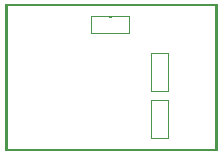
<source format=gbo>
G04 MADE WITH FRITZING*
G04 WWW.FRITZING.ORG*
G04 DOUBLE SIDED*
G04 HOLES PLATED*
G04 CONTOUR ON CENTER OF CONTOUR VECTOR*
%ASAXBY*%
%FSLAX23Y23*%
%MOIN*%
%OFA0B0*%
%SFA1.0B1.0*%
%ADD10R,0.001000X0.001000*%
%LNSILK0*%
G90*
G70*
G54D10*
X0Y492D02*
X707Y492D01*
X0Y491D02*
X707Y491D01*
X0Y490D02*
X707Y490D01*
X0Y489D02*
X707Y489D01*
X0Y488D02*
X707Y488D01*
X0Y487D02*
X707Y487D01*
X0Y486D02*
X707Y486D01*
X0Y485D02*
X707Y485D01*
X0Y484D02*
X7Y484D01*
X700Y484D02*
X707Y484D01*
X0Y483D02*
X7Y483D01*
X700Y483D02*
X707Y483D01*
X0Y482D02*
X7Y482D01*
X700Y482D02*
X707Y482D01*
X0Y481D02*
X7Y481D01*
X700Y481D02*
X707Y481D01*
X0Y480D02*
X7Y480D01*
X700Y480D02*
X707Y480D01*
X0Y479D02*
X7Y479D01*
X700Y479D02*
X707Y479D01*
X0Y478D02*
X7Y478D01*
X700Y478D02*
X707Y478D01*
X0Y477D02*
X7Y477D01*
X700Y477D02*
X707Y477D01*
X0Y476D02*
X7Y476D01*
X700Y476D02*
X707Y476D01*
X0Y475D02*
X7Y475D01*
X700Y475D02*
X707Y475D01*
X0Y474D02*
X7Y474D01*
X700Y474D02*
X707Y474D01*
X0Y473D02*
X7Y473D01*
X700Y473D02*
X707Y473D01*
X0Y472D02*
X7Y472D01*
X700Y472D02*
X707Y472D01*
X0Y471D02*
X7Y471D01*
X700Y471D02*
X707Y471D01*
X0Y470D02*
X7Y470D01*
X700Y470D02*
X707Y470D01*
X0Y469D02*
X7Y469D01*
X700Y469D02*
X707Y469D01*
X0Y468D02*
X7Y468D01*
X700Y468D02*
X707Y468D01*
X0Y467D02*
X7Y467D01*
X700Y467D02*
X707Y467D01*
X0Y466D02*
X7Y466D01*
X700Y466D02*
X707Y466D01*
X0Y465D02*
X7Y465D01*
X700Y465D02*
X707Y465D01*
X0Y464D02*
X7Y464D01*
X700Y464D02*
X707Y464D01*
X0Y463D02*
X7Y463D01*
X700Y463D02*
X707Y463D01*
X0Y462D02*
X7Y462D01*
X700Y462D02*
X707Y462D01*
X0Y461D02*
X7Y461D01*
X700Y461D02*
X707Y461D01*
X0Y460D02*
X7Y460D01*
X700Y460D02*
X707Y460D01*
X0Y459D02*
X7Y459D01*
X700Y459D02*
X707Y459D01*
X0Y458D02*
X7Y458D01*
X700Y458D02*
X707Y458D01*
X0Y457D02*
X7Y457D01*
X700Y457D02*
X707Y457D01*
X0Y456D02*
X7Y456D01*
X700Y456D02*
X707Y456D01*
X0Y455D02*
X7Y455D01*
X700Y455D02*
X707Y455D01*
X0Y454D02*
X7Y454D01*
X700Y454D02*
X707Y454D01*
X0Y453D02*
X7Y453D01*
X700Y453D02*
X707Y453D01*
X0Y452D02*
X7Y452D01*
X700Y452D02*
X707Y452D01*
X0Y451D02*
X7Y451D01*
X700Y451D02*
X707Y451D01*
X0Y450D02*
X7Y450D01*
X285Y450D02*
X414Y450D01*
X700Y450D02*
X707Y450D01*
X0Y449D02*
X7Y449D01*
X285Y449D02*
X414Y449D01*
X700Y449D02*
X707Y449D01*
X0Y448D02*
X7Y448D01*
X285Y448D02*
X414Y448D01*
X700Y448D02*
X707Y448D01*
X0Y447D02*
X7Y447D01*
X285Y447D02*
X287Y447D01*
X345Y447D02*
X354Y447D01*
X412Y447D02*
X414Y447D01*
X700Y447D02*
X707Y447D01*
X0Y446D02*
X7Y446D01*
X285Y446D02*
X287Y446D01*
X412Y446D02*
X414Y446D01*
X700Y446D02*
X707Y446D01*
X0Y445D02*
X7Y445D01*
X285Y445D02*
X287Y445D01*
X412Y445D02*
X414Y445D01*
X700Y445D02*
X707Y445D01*
X0Y444D02*
X7Y444D01*
X285Y444D02*
X287Y444D01*
X412Y444D02*
X414Y444D01*
X700Y444D02*
X707Y444D01*
X0Y443D02*
X7Y443D01*
X285Y443D02*
X287Y443D01*
X412Y443D02*
X414Y443D01*
X700Y443D02*
X707Y443D01*
X0Y442D02*
X7Y442D01*
X285Y442D02*
X287Y442D01*
X412Y442D02*
X414Y442D01*
X700Y442D02*
X707Y442D01*
X0Y441D02*
X7Y441D01*
X285Y441D02*
X287Y441D01*
X412Y441D02*
X414Y441D01*
X700Y441D02*
X707Y441D01*
X0Y440D02*
X7Y440D01*
X285Y440D02*
X287Y440D01*
X412Y440D02*
X414Y440D01*
X700Y440D02*
X707Y440D01*
X0Y439D02*
X7Y439D01*
X285Y439D02*
X287Y439D01*
X412Y439D02*
X414Y439D01*
X700Y439D02*
X707Y439D01*
X0Y438D02*
X7Y438D01*
X285Y438D02*
X287Y438D01*
X412Y438D02*
X414Y438D01*
X700Y438D02*
X707Y438D01*
X0Y437D02*
X7Y437D01*
X285Y437D02*
X287Y437D01*
X412Y437D02*
X414Y437D01*
X700Y437D02*
X707Y437D01*
X0Y436D02*
X7Y436D01*
X285Y436D02*
X287Y436D01*
X412Y436D02*
X414Y436D01*
X700Y436D02*
X707Y436D01*
X0Y435D02*
X7Y435D01*
X285Y435D02*
X287Y435D01*
X412Y435D02*
X414Y435D01*
X700Y435D02*
X707Y435D01*
X0Y434D02*
X7Y434D01*
X285Y434D02*
X287Y434D01*
X412Y434D02*
X414Y434D01*
X700Y434D02*
X707Y434D01*
X0Y433D02*
X7Y433D01*
X285Y433D02*
X287Y433D01*
X412Y433D02*
X414Y433D01*
X700Y433D02*
X707Y433D01*
X0Y432D02*
X7Y432D01*
X285Y432D02*
X287Y432D01*
X412Y432D02*
X414Y432D01*
X700Y432D02*
X707Y432D01*
X0Y431D02*
X7Y431D01*
X285Y431D02*
X287Y431D01*
X412Y431D02*
X414Y431D01*
X700Y431D02*
X707Y431D01*
X0Y430D02*
X7Y430D01*
X285Y430D02*
X287Y430D01*
X412Y430D02*
X414Y430D01*
X700Y430D02*
X707Y430D01*
X0Y429D02*
X7Y429D01*
X285Y429D02*
X287Y429D01*
X412Y429D02*
X414Y429D01*
X700Y429D02*
X707Y429D01*
X0Y428D02*
X7Y428D01*
X285Y428D02*
X287Y428D01*
X412Y428D02*
X414Y428D01*
X700Y428D02*
X707Y428D01*
X0Y427D02*
X7Y427D01*
X285Y427D02*
X287Y427D01*
X412Y427D02*
X414Y427D01*
X700Y427D02*
X707Y427D01*
X0Y426D02*
X7Y426D01*
X285Y426D02*
X287Y426D01*
X412Y426D02*
X414Y426D01*
X700Y426D02*
X707Y426D01*
X0Y425D02*
X7Y425D01*
X285Y425D02*
X287Y425D01*
X412Y425D02*
X414Y425D01*
X700Y425D02*
X707Y425D01*
X0Y424D02*
X7Y424D01*
X285Y424D02*
X287Y424D01*
X412Y424D02*
X414Y424D01*
X700Y424D02*
X707Y424D01*
X0Y423D02*
X7Y423D01*
X285Y423D02*
X287Y423D01*
X412Y423D02*
X414Y423D01*
X700Y423D02*
X707Y423D01*
X0Y422D02*
X7Y422D01*
X285Y422D02*
X287Y422D01*
X412Y422D02*
X414Y422D01*
X700Y422D02*
X707Y422D01*
X0Y421D02*
X7Y421D01*
X285Y421D02*
X287Y421D01*
X412Y421D02*
X414Y421D01*
X700Y421D02*
X707Y421D01*
X0Y420D02*
X7Y420D01*
X285Y420D02*
X287Y420D01*
X412Y420D02*
X414Y420D01*
X700Y420D02*
X707Y420D01*
X0Y419D02*
X7Y419D01*
X285Y419D02*
X287Y419D01*
X412Y419D02*
X414Y419D01*
X700Y419D02*
X707Y419D01*
X0Y418D02*
X7Y418D01*
X285Y418D02*
X287Y418D01*
X412Y418D02*
X414Y418D01*
X700Y418D02*
X707Y418D01*
X0Y417D02*
X7Y417D01*
X285Y417D02*
X287Y417D01*
X412Y417D02*
X414Y417D01*
X700Y417D02*
X707Y417D01*
X0Y416D02*
X7Y416D01*
X285Y416D02*
X287Y416D01*
X412Y416D02*
X414Y416D01*
X700Y416D02*
X707Y416D01*
X0Y415D02*
X7Y415D01*
X285Y415D02*
X287Y415D01*
X412Y415D02*
X414Y415D01*
X700Y415D02*
X707Y415D01*
X0Y414D02*
X7Y414D01*
X285Y414D02*
X287Y414D01*
X412Y414D02*
X414Y414D01*
X700Y414D02*
X707Y414D01*
X0Y413D02*
X7Y413D01*
X285Y413D02*
X287Y413D01*
X412Y413D02*
X414Y413D01*
X700Y413D02*
X707Y413D01*
X0Y412D02*
X7Y412D01*
X285Y412D02*
X287Y412D01*
X412Y412D02*
X414Y412D01*
X700Y412D02*
X707Y412D01*
X0Y411D02*
X7Y411D01*
X285Y411D02*
X287Y411D01*
X412Y411D02*
X414Y411D01*
X700Y411D02*
X707Y411D01*
X0Y410D02*
X7Y410D01*
X285Y410D02*
X287Y410D01*
X412Y410D02*
X414Y410D01*
X700Y410D02*
X707Y410D01*
X0Y409D02*
X7Y409D01*
X285Y409D02*
X287Y409D01*
X412Y409D02*
X414Y409D01*
X700Y409D02*
X707Y409D01*
X0Y408D02*
X7Y408D01*
X285Y408D02*
X287Y408D01*
X412Y408D02*
X414Y408D01*
X700Y408D02*
X707Y408D01*
X0Y407D02*
X7Y407D01*
X285Y407D02*
X287Y407D01*
X412Y407D02*
X414Y407D01*
X700Y407D02*
X707Y407D01*
X0Y406D02*
X7Y406D01*
X285Y406D02*
X287Y406D01*
X412Y406D02*
X414Y406D01*
X700Y406D02*
X707Y406D01*
X0Y405D02*
X7Y405D01*
X285Y405D02*
X287Y405D01*
X412Y405D02*
X414Y405D01*
X700Y405D02*
X707Y405D01*
X0Y404D02*
X7Y404D01*
X285Y404D02*
X287Y404D01*
X412Y404D02*
X414Y404D01*
X700Y404D02*
X707Y404D01*
X0Y403D02*
X7Y403D01*
X285Y403D02*
X287Y403D01*
X412Y403D02*
X414Y403D01*
X700Y403D02*
X707Y403D01*
X0Y402D02*
X7Y402D01*
X285Y402D02*
X287Y402D01*
X412Y402D02*
X414Y402D01*
X700Y402D02*
X707Y402D01*
X0Y401D02*
X7Y401D01*
X285Y401D02*
X287Y401D01*
X412Y401D02*
X414Y401D01*
X700Y401D02*
X707Y401D01*
X0Y400D02*
X7Y400D01*
X285Y400D02*
X287Y400D01*
X412Y400D02*
X414Y400D01*
X700Y400D02*
X707Y400D01*
X0Y399D02*
X7Y399D01*
X285Y399D02*
X287Y399D01*
X412Y399D02*
X414Y399D01*
X700Y399D02*
X707Y399D01*
X0Y398D02*
X7Y398D01*
X285Y398D02*
X287Y398D01*
X412Y398D02*
X414Y398D01*
X700Y398D02*
X707Y398D01*
X0Y397D02*
X7Y397D01*
X285Y397D02*
X287Y397D01*
X412Y397D02*
X414Y397D01*
X700Y397D02*
X707Y397D01*
X0Y396D02*
X7Y396D01*
X285Y396D02*
X287Y396D01*
X412Y396D02*
X414Y396D01*
X700Y396D02*
X707Y396D01*
X0Y395D02*
X7Y395D01*
X285Y395D02*
X287Y395D01*
X345Y395D02*
X354Y395D01*
X412Y395D02*
X414Y395D01*
X700Y395D02*
X707Y395D01*
X0Y394D02*
X7Y394D01*
X285Y394D02*
X414Y394D01*
X700Y394D02*
X707Y394D01*
X0Y393D02*
X7Y393D01*
X285Y393D02*
X414Y393D01*
X700Y393D02*
X707Y393D01*
X0Y392D02*
X7Y392D01*
X285Y392D02*
X414Y392D01*
X700Y392D02*
X707Y392D01*
X0Y391D02*
X7Y391D01*
X700Y391D02*
X707Y391D01*
X0Y390D02*
X7Y390D01*
X700Y390D02*
X707Y390D01*
X0Y389D02*
X7Y389D01*
X700Y389D02*
X707Y389D01*
X0Y388D02*
X7Y388D01*
X700Y388D02*
X707Y388D01*
X0Y387D02*
X7Y387D01*
X700Y387D02*
X707Y387D01*
X0Y386D02*
X7Y386D01*
X700Y386D02*
X707Y386D01*
X0Y385D02*
X7Y385D01*
X700Y385D02*
X707Y385D01*
X0Y384D02*
X7Y384D01*
X700Y384D02*
X707Y384D01*
X0Y383D02*
X7Y383D01*
X700Y383D02*
X707Y383D01*
X0Y382D02*
X7Y382D01*
X700Y382D02*
X707Y382D01*
X0Y381D02*
X7Y381D01*
X700Y381D02*
X707Y381D01*
X0Y380D02*
X7Y380D01*
X700Y380D02*
X707Y380D01*
X0Y379D02*
X7Y379D01*
X700Y379D02*
X707Y379D01*
X0Y378D02*
X7Y378D01*
X700Y378D02*
X707Y378D01*
X0Y377D02*
X7Y377D01*
X700Y377D02*
X707Y377D01*
X0Y376D02*
X7Y376D01*
X700Y376D02*
X707Y376D01*
X0Y375D02*
X7Y375D01*
X700Y375D02*
X707Y375D01*
X0Y374D02*
X7Y374D01*
X700Y374D02*
X707Y374D01*
X0Y373D02*
X7Y373D01*
X700Y373D02*
X707Y373D01*
X0Y372D02*
X7Y372D01*
X700Y372D02*
X707Y372D01*
X0Y371D02*
X7Y371D01*
X700Y371D02*
X707Y371D01*
X0Y370D02*
X7Y370D01*
X700Y370D02*
X707Y370D01*
X0Y369D02*
X7Y369D01*
X700Y369D02*
X707Y369D01*
X0Y368D02*
X7Y368D01*
X700Y368D02*
X707Y368D01*
X0Y367D02*
X7Y367D01*
X700Y367D02*
X707Y367D01*
X0Y366D02*
X7Y366D01*
X700Y366D02*
X707Y366D01*
X0Y365D02*
X7Y365D01*
X700Y365D02*
X707Y365D01*
X0Y364D02*
X7Y364D01*
X700Y364D02*
X707Y364D01*
X0Y363D02*
X7Y363D01*
X700Y363D02*
X707Y363D01*
X0Y362D02*
X7Y362D01*
X700Y362D02*
X707Y362D01*
X0Y361D02*
X7Y361D01*
X700Y361D02*
X707Y361D01*
X0Y360D02*
X7Y360D01*
X700Y360D02*
X707Y360D01*
X0Y359D02*
X7Y359D01*
X700Y359D02*
X707Y359D01*
X0Y358D02*
X7Y358D01*
X700Y358D02*
X707Y358D01*
X0Y357D02*
X7Y357D01*
X700Y357D02*
X707Y357D01*
X0Y356D02*
X7Y356D01*
X700Y356D02*
X707Y356D01*
X0Y355D02*
X7Y355D01*
X700Y355D02*
X707Y355D01*
X0Y354D02*
X7Y354D01*
X700Y354D02*
X707Y354D01*
X0Y353D02*
X7Y353D01*
X700Y353D02*
X707Y353D01*
X0Y352D02*
X7Y352D01*
X700Y352D02*
X707Y352D01*
X0Y351D02*
X7Y351D01*
X700Y351D02*
X707Y351D01*
X0Y350D02*
X7Y350D01*
X700Y350D02*
X707Y350D01*
X0Y349D02*
X7Y349D01*
X700Y349D02*
X707Y349D01*
X0Y348D02*
X7Y348D01*
X700Y348D02*
X707Y348D01*
X0Y347D02*
X7Y347D01*
X700Y347D02*
X707Y347D01*
X0Y346D02*
X7Y346D01*
X700Y346D02*
X707Y346D01*
X0Y345D02*
X7Y345D01*
X700Y345D02*
X707Y345D01*
X0Y344D02*
X7Y344D01*
X700Y344D02*
X707Y344D01*
X0Y343D02*
X7Y343D01*
X700Y343D02*
X707Y343D01*
X0Y342D02*
X7Y342D01*
X700Y342D02*
X707Y342D01*
X0Y341D02*
X7Y341D01*
X700Y341D02*
X707Y341D01*
X0Y340D02*
X7Y340D01*
X700Y340D02*
X707Y340D01*
X0Y339D02*
X7Y339D01*
X700Y339D02*
X707Y339D01*
X0Y338D02*
X7Y338D01*
X700Y338D02*
X707Y338D01*
X0Y337D02*
X7Y337D01*
X700Y337D02*
X707Y337D01*
X0Y336D02*
X7Y336D01*
X700Y336D02*
X707Y336D01*
X0Y335D02*
X7Y335D01*
X700Y335D02*
X707Y335D01*
X0Y334D02*
X7Y334D01*
X700Y334D02*
X707Y334D01*
X0Y333D02*
X7Y333D01*
X700Y333D02*
X707Y333D01*
X0Y332D02*
X7Y332D01*
X700Y332D02*
X707Y332D01*
X0Y331D02*
X7Y331D01*
X700Y331D02*
X707Y331D01*
X0Y330D02*
X7Y330D01*
X700Y330D02*
X707Y330D01*
X0Y329D02*
X7Y329D01*
X700Y329D02*
X707Y329D01*
X0Y328D02*
X7Y328D01*
X487Y328D02*
X544Y328D01*
X700Y328D02*
X707Y328D01*
X0Y327D02*
X7Y327D01*
X486Y327D02*
X544Y327D01*
X700Y327D02*
X707Y327D01*
X0Y326D02*
X7Y326D01*
X486Y326D02*
X544Y326D01*
X700Y326D02*
X707Y326D01*
X0Y325D02*
X7Y325D01*
X486Y325D02*
X488Y325D01*
X542Y325D02*
X544Y325D01*
X700Y325D02*
X707Y325D01*
X0Y324D02*
X7Y324D01*
X486Y324D02*
X488Y324D01*
X542Y324D02*
X544Y324D01*
X700Y324D02*
X707Y324D01*
X0Y323D02*
X7Y323D01*
X486Y323D02*
X488Y323D01*
X542Y323D02*
X544Y323D01*
X700Y323D02*
X707Y323D01*
X0Y322D02*
X7Y322D01*
X486Y322D02*
X488Y322D01*
X542Y322D02*
X544Y322D01*
X700Y322D02*
X707Y322D01*
X0Y321D02*
X7Y321D01*
X486Y321D02*
X488Y321D01*
X542Y321D02*
X544Y321D01*
X700Y321D02*
X707Y321D01*
X0Y320D02*
X7Y320D01*
X486Y320D02*
X488Y320D01*
X542Y320D02*
X544Y320D01*
X700Y320D02*
X707Y320D01*
X0Y319D02*
X7Y319D01*
X486Y319D02*
X488Y319D01*
X542Y319D02*
X544Y319D01*
X700Y319D02*
X707Y319D01*
X0Y318D02*
X7Y318D01*
X486Y318D02*
X488Y318D01*
X542Y318D02*
X544Y318D01*
X700Y318D02*
X707Y318D01*
X0Y317D02*
X7Y317D01*
X486Y317D02*
X488Y317D01*
X542Y317D02*
X544Y317D01*
X700Y317D02*
X707Y317D01*
X0Y316D02*
X7Y316D01*
X486Y316D02*
X488Y316D01*
X542Y316D02*
X544Y316D01*
X700Y316D02*
X707Y316D01*
X0Y315D02*
X7Y315D01*
X486Y315D02*
X488Y315D01*
X542Y315D02*
X544Y315D01*
X700Y315D02*
X707Y315D01*
X0Y314D02*
X7Y314D01*
X486Y314D02*
X488Y314D01*
X542Y314D02*
X544Y314D01*
X700Y314D02*
X707Y314D01*
X0Y313D02*
X7Y313D01*
X486Y313D02*
X488Y313D01*
X542Y313D02*
X544Y313D01*
X700Y313D02*
X707Y313D01*
X0Y312D02*
X7Y312D01*
X486Y312D02*
X488Y312D01*
X542Y312D02*
X544Y312D01*
X700Y312D02*
X707Y312D01*
X0Y311D02*
X7Y311D01*
X486Y311D02*
X488Y311D01*
X542Y311D02*
X544Y311D01*
X700Y311D02*
X707Y311D01*
X0Y310D02*
X7Y310D01*
X486Y310D02*
X488Y310D01*
X542Y310D02*
X544Y310D01*
X700Y310D02*
X707Y310D01*
X0Y309D02*
X7Y309D01*
X486Y309D02*
X488Y309D01*
X542Y309D02*
X544Y309D01*
X700Y309D02*
X707Y309D01*
X0Y308D02*
X7Y308D01*
X486Y308D02*
X488Y308D01*
X542Y308D02*
X544Y308D01*
X700Y308D02*
X707Y308D01*
X0Y307D02*
X7Y307D01*
X486Y307D02*
X488Y307D01*
X542Y307D02*
X544Y307D01*
X700Y307D02*
X707Y307D01*
X0Y306D02*
X7Y306D01*
X486Y306D02*
X488Y306D01*
X542Y306D02*
X544Y306D01*
X700Y306D02*
X707Y306D01*
X0Y305D02*
X7Y305D01*
X486Y305D02*
X488Y305D01*
X542Y305D02*
X544Y305D01*
X700Y305D02*
X707Y305D01*
X0Y304D02*
X7Y304D01*
X486Y304D02*
X488Y304D01*
X542Y304D02*
X544Y304D01*
X700Y304D02*
X707Y304D01*
X0Y303D02*
X7Y303D01*
X486Y303D02*
X488Y303D01*
X542Y303D02*
X544Y303D01*
X700Y303D02*
X707Y303D01*
X0Y302D02*
X7Y302D01*
X486Y302D02*
X488Y302D01*
X542Y302D02*
X544Y302D01*
X700Y302D02*
X707Y302D01*
X0Y301D02*
X7Y301D01*
X486Y301D02*
X488Y301D01*
X542Y301D02*
X544Y301D01*
X700Y301D02*
X707Y301D01*
X0Y300D02*
X7Y300D01*
X486Y300D02*
X488Y300D01*
X542Y300D02*
X544Y300D01*
X700Y300D02*
X707Y300D01*
X0Y299D02*
X7Y299D01*
X486Y299D02*
X488Y299D01*
X542Y299D02*
X544Y299D01*
X700Y299D02*
X707Y299D01*
X0Y298D02*
X7Y298D01*
X486Y298D02*
X488Y298D01*
X542Y298D02*
X544Y298D01*
X700Y298D02*
X707Y298D01*
X0Y297D02*
X7Y297D01*
X486Y297D02*
X488Y297D01*
X542Y297D02*
X544Y297D01*
X700Y297D02*
X707Y297D01*
X0Y296D02*
X7Y296D01*
X486Y296D02*
X488Y296D01*
X542Y296D02*
X544Y296D01*
X700Y296D02*
X707Y296D01*
X0Y295D02*
X7Y295D01*
X486Y295D02*
X488Y295D01*
X542Y295D02*
X544Y295D01*
X700Y295D02*
X707Y295D01*
X0Y294D02*
X7Y294D01*
X486Y294D02*
X488Y294D01*
X542Y294D02*
X544Y294D01*
X700Y294D02*
X707Y294D01*
X0Y293D02*
X7Y293D01*
X486Y293D02*
X488Y293D01*
X542Y293D02*
X544Y293D01*
X700Y293D02*
X707Y293D01*
X0Y292D02*
X7Y292D01*
X486Y292D02*
X488Y292D01*
X542Y292D02*
X544Y292D01*
X700Y292D02*
X707Y292D01*
X0Y291D02*
X7Y291D01*
X486Y291D02*
X488Y291D01*
X542Y291D02*
X544Y291D01*
X700Y291D02*
X707Y291D01*
X0Y290D02*
X7Y290D01*
X486Y290D02*
X488Y290D01*
X542Y290D02*
X544Y290D01*
X700Y290D02*
X707Y290D01*
X0Y289D02*
X7Y289D01*
X486Y289D02*
X488Y289D01*
X542Y289D02*
X544Y289D01*
X700Y289D02*
X707Y289D01*
X0Y288D02*
X7Y288D01*
X486Y288D02*
X488Y288D01*
X542Y288D02*
X544Y288D01*
X700Y288D02*
X707Y288D01*
X0Y287D02*
X7Y287D01*
X486Y287D02*
X488Y287D01*
X542Y287D02*
X544Y287D01*
X700Y287D02*
X707Y287D01*
X0Y286D02*
X7Y286D01*
X486Y286D02*
X488Y286D01*
X542Y286D02*
X544Y286D01*
X700Y286D02*
X707Y286D01*
X0Y285D02*
X7Y285D01*
X486Y285D02*
X488Y285D01*
X542Y285D02*
X544Y285D01*
X700Y285D02*
X707Y285D01*
X0Y284D02*
X7Y284D01*
X486Y284D02*
X488Y284D01*
X542Y284D02*
X544Y284D01*
X700Y284D02*
X707Y284D01*
X0Y283D02*
X7Y283D01*
X486Y283D02*
X488Y283D01*
X542Y283D02*
X544Y283D01*
X700Y283D02*
X707Y283D01*
X0Y282D02*
X7Y282D01*
X486Y282D02*
X488Y282D01*
X542Y282D02*
X544Y282D01*
X700Y282D02*
X707Y282D01*
X0Y281D02*
X7Y281D01*
X486Y281D02*
X488Y281D01*
X542Y281D02*
X544Y281D01*
X700Y281D02*
X707Y281D01*
X0Y280D02*
X7Y280D01*
X486Y280D02*
X488Y280D01*
X542Y280D02*
X544Y280D01*
X700Y280D02*
X707Y280D01*
X0Y279D02*
X7Y279D01*
X486Y279D02*
X488Y279D01*
X542Y279D02*
X544Y279D01*
X700Y279D02*
X707Y279D01*
X0Y278D02*
X7Y278D01*
X486Y278D02*
X488Y278D01*
X542Y278D02*
X544Y278D01*
X700Y278D02*
X707Y278D01*
X0Y277D02*
X7Y277D01*
X486Y277D02*
X488Y277D01*
X542Y277D02*
X544Y277D01*
X700Y277D02*
X707Y277D01*
X0Y276D02*
X7Y276D01*
X486Y276D02*
X488Y276D01*
X542Y276D02*
X544Y276D01*
X700Y276D02*
X707Y276D01*
X0Y275D02*
X7Y275D01*
X486Y275D02*
X488Y275D01*
X542Y275D02*
X544Y275D01*
X700Y275D02*
X707Y275D01*
X0Y274D02*
X7Y274D01*
X486Y274D02*
X488Y274D01*
X542Y274D02*
X544Y274D01*
X700Y274D02*
X707Y274D01*
X0Y273D02*
X7Y273D01*
X486Y273D02*
X488Y273D01*
X542Y273D02*
X544Y273D01*
X700Y273D02*
X707Y273D01*
X0Y272D02*
X7Y272D01*
X486Y272D02*
X488Y272D01*
X542Y272D02*
X544Y272D01*
X700Y272D02*
X707Y272D01*
X0Y271D02*
X7Y271D01*
X486Y271D02*
X488Y271D01*
X542Y271D02*
X544Y271D01*
X700Y271D02*
X707Y271D01*
X0Y270D02*
X7Y270D01*
X486Y270D02*
X488Y270D01*
X542Y270D02*
X544Y270D01*
X700Y270D02*
X707Y270D01*
X0Y269D02*
X7Y269D01*
X486Y269D02*
X488Y269D01*
X542Y269D02*
X544Y269D01*
X700Y269D02*
X707Y269D01*
X0Y268D02*
X7Y268D01*
X486Y268D02*
X489Y268D01*
X541Y268D02*
X544Y268D01*
X700Y268D02*
X707Y268D01*
X0Y267D02*
X7Y267D01*
X486Y267D02*
X489Y267D01*
X541Y267D02*
X544Y267D01*
X700Y267D02*
X707Y267D01*
X0Y266D02*
X7Y266D01*
X486Y266D02*
X489Y266D01*
X541Y266D02*
X544Y266D01*
X700Y266D02*
X707Y266D01*
X0Y265D02*
X7Y265D01*
X486Y265D02*
X489Y265D01*
X541Y265D02*
X544Y265D01*
X700Y265D02*
X707Y265D01*
X0Y264D02*
X7Y264D01*
X486Y264D02*
X489Y264D01*
X541Y264D02*
X544Y264D01*
X700Y264D02*
X707Y264D01*
X0Y263D02*
X7Y263D01*
X486Y263D02*
X489Y263D01*
X541Y263D02*
X544Y263D01*
X700Y263D02*
X707Y263D01*
X0Y262D02*
X7Y262D01*
X486Y262D02*
X489Y262D01*
X541Y262D02*
X544Y262D01*
X700Y262D02*
X707Y262D01*
X0Y261D02*
X7Y261D01*
X486Y261D02*
X489Y261D01*
X541Y261D02*
X544Y261D01*
X700Y261D02*
X707Y261D01*
X0Y260D02*
X7Y260D01*
X486Y260D02*
X489Y260D01*
X541Y260D02*
X544Y260D01*
X700Y260D02*
X707Y260D01*
X0Y259D02*
X7Y259D01*
X486Y259D02*
X489Y259D01*
X541Y259D02*
X544Y259D01*
X700Y259D02*
X707Y259D01*
X0Y258D02*
X7Y258D01*
X486Y258D02*
X488Y258D01*
X542Y258D02*
X544Y258D01*
X700Y258D02*
X707Y258D01*
X0Y257D02*
X7Y257D01*
X486Y257D02*
X488Y257D01*
X542Y257D02*
X544Y257D01*
X700Y257D02*
X707Y257D01*
X0Y256D02*
X7Y256D01*
X486Y256D02*
X488Y256D01*
X542Y256D02*
X544Y256D01*
X700Y256D02*
X707Y256D01*
X0Y255D02*
X7Y255D01*
X486Y255D02*
X488Y255D01*
X542Y255D02*
X544Y255D01*
X700Y255D02*
X707Y255D01*
X0Y254D02*
X7Y254D01*
X486Y254D02*
X488Y254D01*
X542Y254D02*
X544Y254D01*
X700Y254D02*
X707Y254D01*
X0Y253D02*
X7Y253D01*
X486Y253D02*
X488Y253D01*
X542Y253D02*
X544Y253D01*
X700Y253D02*
X707Y253D01*
X0Y252D02*
X7Y252D01*
X486Y252D02*
X488Y252D01*
X542Y252D02*
X544Y252D01*
X700Y252D02*
X707Y252D01*
X0Y251D02*
X7Y251D01*
X486Y251D02*
X488Y251D01*
X542Y251D02*
X544Y251D01*
X700Y251D02*
X707Y251D01*
X0Y250D02*
X7Y250D01*
X486Y250D02*
X488Y250D01*
X542Y250D02*
X544Y250D01*
X700Y250D02*
X707Y250D01*
X0Y249D02*
X7Y249D01*
X486Y249D02*
X488Y249D01*
X542Y249D02*
X544Y249D01*
X700Y249D02*
X707Y249D01*
X0Y248D02*
X7Y248D01*
X486Y248D02*
X488Y248D01*
X542Y248D02*
X544Y248D01*
X700Y248D02*
X707Y248D01*
X0Y247D02*
X7Y247D01*
X486Y247D02*
X488Y247D01*
X542Y247D02*
X544Y247D01*
X700Y247D02*
X707Y247D01*
X0Y246D02*
X7Y246D01*
X486Y246D02*
X488Y246D01*
X542Y246D02*
X544Y246D01*
X700Y246D02*
X707Y246D01*
X0Y245D02*
X7Y245D01*
X486Y245D02*
X488Y245D01*
X542Y245D02*
X544Y245D01*
X700Y245D02*
X707Y245D01*
X0Y244D02*
X7Y244D01*
X486Y244D02*
X488Y244D01*
X542Y244D02*
X544Y244D01*
X700Y244D02*
X707Y244D01*
X0Y243D02*
X7Y243D01*
X486Y243D02*
X488Y243D01*
X542Y243D02*
X544Y243D01*
X700Y243D02*
X707Y243D01*
X0Y242D02*
X7Y242D01*
X486Y242D02*
X488Y242D01*
X542Y242D02*
X544Y242D01*
X700Y242D02*
X707Y242D01*
X0Y241D02*
X7Y241D01*
X486Y241D02*
X488Y241D01*
X542Y241D02*
X544Y241D01*
X700Y241D02*
X707Y241D01*
X0Y240D02*
X7Y240D01*
X486Y240D02*
X488Y240D01*
X542Y240D02*
X544Y240D01*
X700Y240D02*
X707Y240D01*
X0Y239D02*
X7Y239D01*
X486Y239D02*
X488Y239D01*
X542Y239D02*
X544Y239D01*
X700Y239D02*
X707Y239D01*
X0Y238D02*
X7Y238D01*
X486Y238D02*
X488Y238D01*
X542Y238D02*
X544Y238D01*
X700Y238D02*
X707Y238D01*
X0Y237D02*
X7Y237D01*
X486Y237D02*
X488Y237D01*
X542Y237D02*
X544Y237D01*
X700Y237D02*
X707Y237D01*
X0Y236D02*
X7Y236D01*
X486Y236D02*
X488Y236D01*
X542Y236D02*
X544Y236D01*
X700Y236D02*
X707Y236D01*
X0Y235D02*
X7Y235D01*
X486Y235D02*
X488Y235D01*
X542Y235D02*
X544Y235D01*
X700Y235D02*
X707Y235D01*
X0Y234D02*
X7Y234D01*
X486Y234D02*
X488Y234D01*
X542Y234D02*
X544Y234D01*
X700Y234D02*
X707Y234D01*
X0Y233D02*
X7Y233D01*
X486Y233D02*
X488Y233D01*
X542Y233D02*
X544Y233D01*
X700Y233D02*
X707Y233D01*
X0Y232D02*
X7Y232D01*
X486Y232D02*
X488Y232D01*
X542Y232D02*
X544Y232D01*
X700Y232D02*
X707Y232D01*
X0Y231D02*
X7Y231D01*
X486Y231D02*
X488Y231D01*
X542Y231D02*
X544Y231D01*
X700Y231D02*
X707Y231D01*
X0Y230D02*
X7Y230D01*
X486Y230D02*
X488Y230D01*
X542Y230D02*
X544Y230D01*
X700Y230D02*
X707Y230D01*
X0Y229D02*
X7Y229D01*
X486Y229D02*
X488Y229D01*
X542Y229D02*
X544Y229D01*
X700Y229D02*
X707Y229D01*
X0Y228D02*
X7Y228D01*
X486Y228D02*
X488Y228D01*
X542Y228D02*
X544Y228D01*
X700Y228D02*
X707Y228D01*
X0Y227D02*
X7Y227D01*
X486Y227D02*
X488Y227D01*
X542Y227D02*
X544Y227D01*
X700Y227D02*
X707Y227D01*
X0Y226D02*
X7Y226D01*
X486Y226D02*
X488Y226D01*
X542Y226D02*
X544Y226D01*
X700Y226D02*
X707Y226D01*
X0Y225D02*
X7Y225D01*
X486Y225D02*
X488Y225D01*
X542Y225D02*
X544Y225D01*
X700Y225D02*
X707Y225D01*
X0Y224D02*
X7Y224D01*
X486Y224D02*
X488Y224D01*
X542Y224D02*
X544Y224D01*
X700Y224D02*
X707Y224D01*
X0Y223D02*
X7Y223D01*
X486Y223D02*
X488Y223D01*
X542Y223D02*
X544Y223D01*
X700Y223D02*
X707Y223D01*
X0Y222D02*
X7Y222D01*
X486Y222D02*
X488Y222D01*
X542Y222D02*
X544Y222D01*
X700Y222D02*
X707Y222D01*
X0Y221D02*
X7Y221D01*
X486Y221D02*
X488Y221D01*
X542Y221D02*
X544Y221D01*
X700Y221D02*
X707Y221D01*
X0Y220D02*
X7Y220D01*
X486Y220D02*
X488Y220D01*
X542Y220D02*
X544Y220D01*
X700Y220D02*
X707Y220D01*
X0Y219D02*
X7Y219D01*
X486Y219D02*
X488Y219D01*
X542Y219D02*
X544Y219D01*
X700Y219D02*
X707Y219D01*
X0Y218D02*
X7Y218D01*
X486Y218D02*
X488Y218D01*
X542Y218D02*
X544Y218D01*
X700Y218D02*
X707Y218D01*
X0Y217D02*
X7Y217D01*
X486Y217D02*
X488Y217D01*
X542Y217D02*
X544Y217D01*
X700Y217D02*
X707Y217D01*
X0Y216D02*
X7Y216D01*
X486Y216D02*
X488Y216D01*
X542Y216D02*
X544Y216D01*
X700Y216D02*
X707Y216D01*
X0Y215D02*
X7Y215D01*
X486Y215D02*
X488Y215D01*
X542Y215D02*
X544Y215D01*
X700Y215D02*
X707Y215D01*
X0Y214D02*
X7Y214D01*
X486Y214D02*
X488Y214D01*
X542Y214D02*
X544Y214D01*
X700Y214D02*
X707Y214D01*
X0Y213D02*
X7Y213D01*
X486Y213D02*
X488Y213D01*
X542Y213D02*
X544Y213D01*
X700Y213D02*
X707Y213D01*
X0Y212D02*
X7Y212D01*
X486Y212D02*
X488Y212D01*
X542Y212D02*
X544Y212D01*
X700Y212D02*
X707Y212D01*
X0Y211D02*
X7Y211D01*
X486Y211D02*
X488Y211D01*
X542Y211D02*
X544Y211D01*
X700Y211D02*
X707Y211D01*
X0Y210D02*
X7Y210D01*
X486Y210D02*
X488Y210D01*
X542Y210D02*
X544Y210D01*
X700Y210D02*
X707Y210D01*
X0Y209D02*
X7Y209D01*
X486Y209D02*
X488Y209D01*
X542Y209D02*
X544Y209D01*
X700Y209D02*
X707Y209D01*
X0Y208D02*
X7Y208D01*
X486Y208D02*
X488Y208D01*
X542Y208D02*
X544Y208D01*
X700Y208D02*
X707Y208D01*
X0Y207D02*
X7Y207D01*
X486Y207D02*
X488Y207D01*
X542Y207D02*
X544Y207D01*
X700Y207D02*
X707Y207D01*
X0Y206D02*
X7Y206D01*
X486Y206D02*
X488Y206D01*
X542Y206D02*
X544Y206D01*
X700Y206D02*
X707Y206D01*
X0Y205D02*
X7Y205D01*
X486Y205D02*
X488Y205D01*
X542Y205D02*
X544Y205D01*
X700Y205D02*
X707Y205D01*
X0Y204D02*
X7Y204D01*
X486Y204D02*
X488Y204D01*
X542Y204D02*
X544Y204D01*
X700Y204D02*
X707Y204D01*
X0Y203D02*
X7Y203D01*
X486Y203D02*
X488Y203D01*
X542Y203D02*
X544Y203D01*
X700Y203D02*
X707Y203D01*
X0Y202D02*
X7Y202D01*
X486Y202D02*
X488Y202D01*
X542Y202D02*
X544Y202D01*
X700Y202D02*
X707Y202D01*
X0Y201D02*
X7Y201D01*
X486Y201D02*
X544Y201D01*
X700Y201D02*
X707Y201D01*
X0Y200D02*
X7Y200D01*
X486Y200D02*
X544Y200D01*
X700Y200D02*
X707Y200D01*
X0Y199D02*
X7Y199D01*
X486Y199D02*
X544Y199D01*
X700Y199D02*
X707Y199D01*
X0Y198D02*
X7Y198D01*
X700Y198D02*
X707Y198D01*
X0Y197D02*
X7Y197D01*
X700Y197D02*
X707Y197D01*
X0Y196D02*
X7Y196D01*
X700Y196D02*
X707Y196D01*
X0Y195D02*
X7Y195D01*
X700Y195D02*
X707Y195D01*
X0Y194D02*
X7Y194D01*
X700Y194D02*
X707Y194D01*
X0Y193D02*
X7Y193D01*
X700Y193D02*
X707Y193D01*
X0Y192D02*
X7Y192D01*
X700Y192D02*
X707Y192D01*
X0Y191D02*
X7Y191D01*
X700Y191D02*
X707Y191D01*
X0Y190D02*
X7Y190D01*
X700Y190D02*
X707Y190D01*
X0Y189D02*
X7Y189D01*
X700Y189D02*
X707Y189D01*
X0Y188D02*
X7Y188D01*
X700Y188D02*
X707Y188D01*
X0Y187D02*
X7Y187D01*
X700Y187D02*
X707Y187D01*
X0Y186D02*
X7Y186D01*
X700Y186D02*
X707Y186D01*
X0Y185D02*
X7Y185D01*
X700Y185D02*
X707Y185D01*
X0Y184D02*
X7Y184D01*
X700Y184D02*
X707Y184D01*
X0Y183D02*
X7Y183D01*
X700Y183D02*
X707Y183D01*
X0Y182D02*
X7Y182D01*
X700Y182D02*
X707Y182D01*
X0Y181D02*
X7Y181D01*
X700Y181D02*
X707Y181D01*
X0Y180D02*
X7Y180D01*
X700Y180D02*
X707Y180D01*
X0Y179D02*
X7Y179D01*
X700Y179D02*
X707Y179D01*
X0Y178D02*
X7Y178D01*
X700Y178D02*
X707Y178D01*
X0Y177D02*
X7Y177D01*
X700Y177D02*
X707Y177D01*
X0Y176D02*
X7Y176D01*
X700Y176D02*
X707Y176D01*
X0Y175D02*
X7Y175D01*
X700Y175D02*
X707Y175D01*
X0Y174D02*
X7Y174D01*
X700Y174D02*
X707Y174D01*
X0Y173D02*
X7Y173D01*
X700Y173D02*
X707Y173D01*
X0Y172D02*
X7Y172D01*
X700Y172D02*
X707Y172D01*
X0Y171D02*
X7Y171D01*
X700Y171D02*
X707Y171D01*
X0Y170D02*
X7Y170D01*
X486Y170D02*
X544Y170D01*
X700Y170D02*
X707Y170D01*
X0Y169D02*
X7Y169D01*
X486Y169D02*
X544Y169D01*
X700Y169D02*
X707Y169D01*
X0Y168D02*
X7Y168D01*
X486Y168D02*
X544Y168D01*
X700Y168D02*
X707Y168D01*
X0Y167D02*
X7Y167D01*
X486Y167D02*
X488Y167D01*
X542Y167D02*
X544Y167D01*
X700Y167D02*
X707Y167D01*
X0Y166D02*
X7Y166D01*
X486Y166D02*
X488Y166D01*
X542Y166D02*
X544Y166D01*
X700Y166D02*
X707Y166D01*
X0Y165D02*
X7Y165D01*
X486Y165D02*
X488Y165D01*
X542Y165D02*
X544Y165D01*
X700Y165D02*
X707Y165D01*
X0Y164D02*
X7Y164D01*
X486Y164D02*
X488Y164D01*
X542Y164D02*
X544Y164D01*
X700Y164D02*
X707Y164D01*
X0Y163D02*
X7Y163D01*
X486Y163D02*
X488Y163D01*
X542Y163D02*
X544Y163D01*
X700Y163D02*
X707Y163D01*
X0Y162D02*
X7Y162D01*
X486Y162D02*
X488Y162D01*
X542Y162D02*
X544Y162D01*
X700Y162D02*
X707Y162D01*
X0Y161D02*
X7Y161D01*
X486Y161D02*
X488Y161D01*
X542Y161D02*
X544Y161D01*
X700Y161D02*
X707Y161D01*
X0Y160D02*
X7Y160D01*
X486Y160D02*
X488Y160D01*
X542Y160D02*
X544Y160D01*
X700Y160D02*
X707Y160D01*
X0Y159D02*
X7Y159D01*
X486Y159D02*
X488Y159D01*
X542Y159D02*
X544Y159D01*
X700Y159D02*
X707Y159D01*
X0Y158D02*
X7Y158D01*
X486Y158D02*
X488Y158D01*
X542Y158D02*
X544Y158D01*
X700Y158D02*
X707Y158D01*
X0Y157D02*
X7Y157D01*
X486Y157D02*
X488Y157D01*
X542Y157D02*
X544Y157D01*
X700Y157D02*
X707Y157D01*
X0Y156D02*
X7Y156D01*
X486Y156D02*
X488Y156D01*
X542Y156D02*
X544Y156D01*
X700Y156D02*
X707Y156D01*
X0Y155D02*
X7Y155D01*
X486Y155D02*
X488Y155D01*
X542Y155D02*
X544Y155D01*
X700Y155D02*
X707Y155D01*
X0Y154D02*
X7Y154D01*
X486Y154D02*
X488Y154D01*
X542Y154D02*
X544Y154D01*
X700Y154D02*
X707Y154D01*
X0Y153D02*
X7Y153D01*
X486Y153D02*
X488Y153D01*
X542Y153D02*
X544Y153D01*
X700Y153D02*
X707Y153D01*
X0Y152D02*
X7Y152D01*
X486Y152D02*
X488Y152D01*
X542Y152D02*
X544Y152D01*
X700Y152D02*
X707Y152D01*
X0Y151D02*
X7Y151D01*
X486Y151D02*
X488Y151D01*
X542Y151D02*
X544Y151D01*
X700Y151D02*
X707Y151D01*
X0Y150D02*
X7Y150D01*
X486Y150D02*
X488Y150D01*
X542Y150D02*
X544Y150D01*
X700Y150D02*
X707Y150D01*
X0Y149D02*
X7Y149D01*
X486Y149D02*
X488Y149D01*
X542Y149D02*
X544Y149D01*
X700Y149D02*
X707Y149D01*
X0Y148D02*
X7Y148D01*
X486Y148D02*
X488Y148D01*
X542Y148D02*
X544Y148D01*
X700Y148D02*
X707Y148D01*
X0Y147D02*
X7Y147D01*
X486Y147D02*
X488Y147D01*
X542Y147D02*
X544Y147D01*
X700Y147D02*
X707Y147D01*
X0Y146D02*
X7Y146D01*
X486Y146D02*
X488Y146D01*
X542Y146D02*
X544Y146D01*
X700Y146D02*
X707Y146D01*
X0Y145D02*
X7Y145D01*
X486Y145D02*
X488Y145D01*
X542Y145D02*
X544Y145D01*
X700Y145D02*
X707Y145D01*
X0Y144D02*
X7Y144D01*
X486Y144D02*
X488Y144D01*
X542Y144D02*
X544Y144D01*
X700Y144D02*
X707Y144D01*
X0Y143D02*
X7Y143D01*
X486Y143D02*
X488Y143D01*
X542Y143D02*
X544Y143D01*
X700Y143D02*
X707Y143D01*
X0Y142D02*
X7Y142D01*
X486Y142D02*
X488Y142D01*
X542Y142D02*
X544Y142D01*
X700Y142D02*
X707Y142D01*
X0Y141D02*
X7Y141D01*
X486Y141D02*
X488Y141D01*
X542Y141D02*
X544Y141D01*
X700Y141D02*
X707Y141D01*
X0Y140D02*
X7Y140D01*
X486Y140D02*
X488Y140D01*
X542Y140D02*
X544Y140D01*
X700Y140D02*
X707Y140D01*
X0Y139D02*
X7Y139D01*
X486Y139D02*
X488Y139D01*
X542Y139D02*
X544Y139D01*
X700Y139D02*
X707Y139D01*
X0Y138D02*
X7Y138D01*
X486Y138D02*
X488Y138D01*
X542Y138D02*
X544Y138D01*
X700Y138D02*
X707Y138D01*
X0Y137D02*
X7Y137D01*
X486Y137D02*
X488Y137D01*
X542Y137D02*
X544Y137D01*
X700Y137D02*
X707Y137D01*
X0Y136D02*
X7Y136D01*
X486Y136D02*
X488Y136D01*
X542Y136D02*
X544Y136D01*
X700Y136D02*
X707Y136D01*
X0Y135D02*
X7Y135D01*
X486Y135D02*
X488Y135D01*
X542Y135D02*
X544Y135D01*
X700Y135D02*
X707Y135D01*
X0Y134D02*
X7Y134D01*
X486Y134D02*
X488Y134D01*
X542Y134D02*
X544Y134D01*
X700Y134D02*
X707Y134D01*
X0Y133D02*
X7Y133D01*
X486Y133D02*
X488Y133D01*
X542Y133D02*
X544Y133D01*
X700Y133D02*
X707Y133D01*
X0Y132D02*
X7Y132D01*
X486Y132D02*
X488Y132D01*
X542Y132D02*
X544Y132D01*
X700Y132D02*
X707Y132D01*
X0Y131D02*
X7Y131D01*
X486Y131D02*
X488Y131D01*
X542Y131D02*
X544Y131D01*
X700Y131D02*
X707Y131D01*
X0Y130D02*
X7Y130D01*
X486Y130D02*
X488Y130D01*
X542Y130D02*
X544Y130D01*
X700Y130D02*
X707Y130D01*
X0Y129D02*
X7Y129D01*
X486Y129D02*
X488Y129D01*
X542Y129D02*
X544Y129D01*
X700Y129D02*
X707Y129D01*
X0Y128D02*
X7Y128D01*
X486Y128D02*
X488Y128D01*
X542Y128D02*
X544Y128D01*
X700Y128D02*
X707Y128D01*
X0Y127D02*
X7Y127D01*
X486Y127D02*
X488Y127D01*
X542Y127D02*
X544Y127D01*
X700Y127D02*
X707Y127D01*
X0Y126D02*
X7Y126D01*
X486Y126D02*
X488Y126D01*
X542Y126D02*
X544Y126D01*
X700Y126D02*
X707Y126D01*
X0Y125D02*
X7Y125D01*
X486Y125D02*
X488Y125D01*
X542Y125D02*
X544Y125D01*
X700Y125D02*
X707Y125D01*
X0Y124D02*
X7Y124D01*
X486Y124D02*
X488Y124D01*
X542Y124D02*
X544Y124D01*
X700Y124D02*
X707Y124D01*
X0Y123D02*
X7Y123D01*
X486Y123D02*
X488Y123D01*
X542Y123D02*
X544Y123D01*
X700Y123D02*
X707Y123D01*
X0Y122D02*
X7Y122D01*
X486Y122D02*
X488Y122D01*
X542Y122D02*
X544Y122D01*
X700Y122D02*
X707Y122D01*
X0Y121D02*
X7Y121D01*
X486Y121D02*
X488Y121D01*
X542Y121D02*
X544Y121D01*
X700Y121D02*
X707Y121D01*
X0Y120D02*
X7Y120D01*
X486Y120D02*
X488Y120D01*
X542Y120D02*
X544Y120D01*
X700Y120D02*
X707Y120D01*
X0Y119D02*
X7Y119D01*
X486Y119D02*
X488Y119D01*
X542Y119D02*
X544Y119D01*
X700Y119D02*
X707Y119D01*
X0Y118D02*
X7Y118D01*
X486Y118D02*
X488Y118D01*
X542Y118D02*
X544Y118D01*
X700Y118D02*
X707Y118D01*
X0Y117D02*
X7Y117D01*
X486Y117D02*
X488Y117D01*
X542Y117D02*
X544Y117D01*
X700Y117D02*
X707Y117D01*
X0Y116D02*
X7Y116D01*
X486Y116D02*
X488Y116D01*
X542Y116D02*
X544Y116D01*
X700Y116D02*
X707Y116D01*
X0Y115D02*
X7Y115D01*
X486Y115D02*
X488Y115D01*
X542Y115D02*
X544Y115D01*
X700Y115D02*
X707Y115D01*
X0Y114D02*
X7Y114D01*
X486Y114D02*
X488Y114D01*
X542Y114D02*
X544Y114D01*
X700Y114D02*
X707Y114D01*
X0Y113D02*
X7Y113D01*
X486Y113D02*
X488Y113D01*
X542Y113D02*
X544Y113D01*
X700Y113D02*
X707Y113D01*
X0Y112D02*
X7Y112D01*
X486Y112D02*
X488Y112D01*
X542Y112D02*
X544Y112D01*
X700Y112D02*
X707Y112D01*
X0Y111D02*
X7Y111D01*
X486Y111D02*
X488Y111D01*
X542Y111D02*
X544Y111D01*
X700Y111D02*
X707Y111D01*
X0Y110D02*
X7Y110D01*
X486Y110D02*
X489Y110D01*
X541Y110D02*
X544Y110D01*
X700Y110D02*
X707Y110D01*
X0Y109D02*
X7Y109D01*
X486Y109D02*
X489Y109D01*
X541Y109D02*
X544Y109D01*
X700Y109D02*
X707Y109D01*
X0Y108D02*
X7Y108D01*
X486Y108D02*
X489Y108D01*
X541Y108D02*
X544Y108D01*
X700Y108D02*
X707Y108D01*
X0Y107D02*
X7Y107D01*
X486Y107D02*
X489Y107D01*
X541Y107D02*
X544Y107D01*
X700Y107D02*
X707Y107D01*
X0Y106D02*
X7Y106D01*
X486Y106D02*
X489Y106D01*
X541Y106D02*
X544Y106D01*
X700Y106D02*
X707Y106D01*
X0Y105D02*
X7Y105D01*
X486Y105D02*
X489Y105D01*
X541Y105D02*
X544Y105D01*
X700Y105D02*
X707Y105D01*
X0Y104D02*
X7Y104D01*
X486Y104D02*
X489Y104D01*
X541Y104D02*
X544Y104D01*
X700Y104D02*
X707Y104D01*
X0Y103D02*
X7Y103D01*
X486Y103D02*
X489Y103D01*
X541Y103D02*
X544Y103D01*
X700Y103D02*
X707Y103D01*
X0Y102D02*
X7Y102D01*
X486Y102D02*
X489Y102D01*
X541Y102D02*
X544Y102D01*
X700Y102D02*
X707Y102D01*
X0Y101D02*
X7Y101D01*
X486Y101D02*
X489Y101D01*
X542Y101D02*
X544Y101D01*
X700Y101D02*
X707Y101D01*
X0Y100D02*
X7Y100D01*
X486Y100D02*
X488Y100D01*
X542Y100D02*
X544Y100D01*
X700Y100D02*
X707Y100D01*
X0Y99D02*
X7Y99D01*
X486Y99D02*
X488Y99D01*
X542Y99D02*
X544Y99D01*
X700Y99D02*
X707Y99D01*
X0Y98D02*
X7Y98D01*
X486Y98D02*
X488Y98D01*
X542Y98D02*
X544Y98D01*
X700Y98D02*
X707Y98D01*
X0Y97D02*
X7Y97D01*
X486Y97D02*
X488Y97D01*
X542Y97D02*
X544Y97D01*
X700Y97D02*
X707Y97D01*
X0Y96D02*
X7Y96D01*
X486Y96D02*
X488Y96D01*
X542Y96D02*
X544Y96D01*
X700Y96D02*
X707Y96D01*
X0Y95D02*
X7Y95D01*
X486Y95D02*
X488Y95D01*
X542Y95D02*
X544Y95D01*
X700Y95D02*
X707Y95D01*
X0Y94D02*
X7Y94D01*
X486Y94D02*
X488Y94D01*
X542Y94D02*
X544Y94D01*
X700Y94D02*
X707Y94D01*
X0Y93D02*
X7Y93D01*
X486Y93D02*
X488Y93D01*
X542Y93D02*
X544Y93D01*
X700Y93D02*
X707Y93D01*
X0Y92D02*
X7Y92D01*
X486Y92D02*
X488Y92D01*
X542Y92D02*
X544Y92D01*
X700Y92D02*
X707Y92D01*
X0Y91D02*
X7Y91D01*
X486Y91D02*
X488Y91D01*
X542Y91D02*
X544Y91D01*
X700Y91D02*
X707Y91D01*
X0Y90D02*
X7Y90D01*
X486Y90D02*
X488Y90D01*
X542Y90D02*
X544Y90D01*
X700Y90D02*
X707Y90D01*
X0Y89D02*
X7Y89D01*
X486Y89D02*
X488Y89D01*
X542Y89D02*
X544Y89D01*
X700Y89D02*
X707Y89D01*
X0Y88D02*
X7Y88D01*
X486Y88D02*
X488Y88D01*
X542Y88D02*
X544Y88D01*
X700Y88D02*
X707Y88D01*
X0Y87D02*
X7Y87D01*
X486Y87D02*
X488Y87D01*
X542Y87D02*
X544Y87D01*
X700Y87D02*
X707Y87D01*
X0Y86D02*
X7Y86D01*
X486Y86D02*
X488Y86D01*
X542Y86D02*
X544Y86D01*
X700Y86D02*
X707Y86D01*
X0Y85D02*
X7Y85D01*
X486Y85D02*
X488Y85D01*
X542Y85D02*
X544Y85D01*
X700Y85D02*
X707Y85D01*
X0Y84D02*
X7Y84D01*
X486Y84D02*
X488Y84D01*
X542Y84D02*
X544Y84D01*
X700Y84D02*
X707Y84D01*
X0Y83D02*
X7Y83D01*
X486Y83D02*
X488Y83D01*
X542Y83D02*
X544Y83D01*
X700Y83D02*
X707Y83D01*
X0Y82D02*
X7Y82D01*
X486Y82D02*
X488Y82D01*
X542Y82D02*
X544Y82D01*
X700Y82D02*
X707Y82D01*
X0Y81D02*
X7Y81D01*
X486Y81D02*
X488Y81D01*
X542Y81D02*
X544Y81D01*
X700Y81D02*
X707Y81D01*
X0Y80D02*
X7Y80D01*
X486Y80D02*
X488Y80D01*
X542Y80D02*
X544Y80D01*
X700Y80D02*
X707Y80D01*
X0Y79D02*
X7Y79D01*
X486Y79D02*
X488Y79D01*
X542Y79D02*
X544Y79D01*
X700Y79D02*
X707Y79D01*
X0Y78D02*
X7Y78D01*
X486Y78D02*
X488Y78D01*
X542Y78D02*
X544Y78D01*
X700Y78D02*
X707Y78D01*
X0Y77D02*
X7Y77D01*
X486Y77D02*
X488Y77D01*
X542Y77D02*
X544Y77D01*
X700Y77D02*
X707Y77D01*
X0Y76D02*
X7Y76D01*
X486Y76D02*
X488Y76D01*
X542Y76D02*
X544Y76D01*
X700Y76D02*
X707Y76D01*
X0Y75D02*
X7Y75D01*
X486Y75D02*
X488Y75D01*
X542Y75D02*
X544Y75D01*
X700Y75D02*
X707Y75D01*
X0Y74D02*
X7Y74D01*
X486Y74D02*
X488Y74D01*
X542Y74D02*
X544Y74D01*
X700Y74D02*
X707Y74D01*
X0Y73D02*
X7Y73D01*
X486Y73D02*
X488Y73D01*
X542Y73D02*
X544Y73D01*
X700Y73D02*
X707Y73D01*
X0Y72D02*
X7Y72D01*
X486Y72D02*
X488Y72D01*
X542Y72D02*
X544Y72D01*
X700Y72D02*
X707Y72D01*
X0Y71D02*
X7Y71D01*
X486Y71D02*
X488Y71D01*
X542Y71D02*
X544Y71D01*
X700Y71D02*
X707Y71D01*
X0Y70D02*
X7Y70D01*
X486Y70D02*
X488Y70D01*
X542Y70D02*
X544Y70D01*
X700Y70D02*
X707Y70D01*
X0Y69D02*
X7Y69D01*
X486Y69D02*
X488Y69D01*
X542Y69D02*
X544Y69D01*
X700Y69D02*
X707Y69D01*
X0Y68D02*
X7Y68D01*
X486Y68D02*
X488Y68D01*
X542Y68D02*
X544Y68D01*
X700Y68D02*
X707Y68D01*
X0Y67D02*
X7Y67D01*
X486Y67D02*
X488Y67D01*
X542Y67D02*
X544Y67D01*
X700Y67D02*
X707Y67D01*
X0Y66D02*
X7Y66D01*
X486Y66D02*
X488Y66D01*
X542Y66D02*
X544Y66D01*
X700Y66D02*
X707Y66D01*
X0Y65D02*
X7Y65D01*
X486Y65D02*
X488Y65D01*
X542Y65D02*
X544Y65D01*
X700Y65D02*
X707Y65D01*
X0Y64D02*
X7Y64D01*
X486Y64D02*
X488Y64D01*
X542Y64D02*
X544Y64D01*
X700Y64D02*
X707Y64D01*
X0Y63D02*
X7Y63D01*
X486Y63D02*
X488Y63D01*
X542Y63D02*
X544Y63D01*
X700Y63D02*
X707Y63D01*
X0Y62D02*
X7Y62D01*
X486Y62D02*
X488Y62D01*
X542Y62D02*
X544Y62D01*
X700Y62D02*
X707Y62D01*
X0Y61D02*
X7Y61D01*
X486Y61D02*
X488Y61D01*
X542Y61D02*
X544Y61D01*
X700Y61D02*
X707Y61D01*
X0Y60D02*
X7Y60D01*
X486Y60D02*
X488Y60D01*
X542Y60D02*
X544Y60D01*
X700Y60D02*
X707Y60D01*
X0Y59D02*
X7Y59D01*
X486Y59D02*
X488Y59D01*
X542Y59D02*
X544Y59D01*
X700Y59D02*
X707Y59D01*
X0Y58D02*
X7Y58D01*
X486Y58D02*
X488Y58D01*
X542Y58D02*
X544Y58D01*
X700Y58D02*
X707Y58D01*
X0Y57D02*
X7Y57D01*
X486Y57D02*
X488Y57D01*
X542Y57D02*
X544Y57D01*
X700Y57D02*
X707Y57D01*
X0Y56D02*
X7Y56D01*
X486Y56D02*
X488Y56D01*
X542Y56D02*
X544Y56D01*
X700Y56D02*
X707Y56D01*
X0Y55D02*
X7Y55D01*
X486Y55D02*
X488Y55D01*
X542Y55D02*
X544Y55D01*
X700Y55D02*
X707Y55D01*
X0Y54D02*
X7Y54D01*
X486Y54D02*
X488Y54D01*
X542Y54D02*
X544Y54D01*
X700Y54D02*
X707Y54D01*
X0Y53D02*
X7Y53D01*
X486Y53D02*
X488Y53D01*
X542Y53D02*
X544Y53D01*
X700Y53D02*
X707Y53D01*
X0Y52D02*
X7Y52D01*
X486Y52D02*
X488Y52D01*
X542Y52D02*
X544Y52D01*
X700Y52D02*
X707Y52D01*
X0Y51D02*
X7Y51D01*
X486Y51D02*
X488Y51D01*
X542Y51D02*
X544Y51D01*
X700Y51D02*
X707Y51D01*
X0Y50D02*
X7Y50D01*
X486Y50D02*
X488Y50D01*
X542Y50D02*
X544Y50D01*
X700Y50D02*
X707Y50D01*
X0Y49D02*
X7Y49D01*
X486Y49D02*
X488Y49D01*
X542Y49D02*
X544Y49D01*
X700Y49D02*
X707Y49D01*
X0Y48D02*
X7Y48D01*
X486Y48D02*
X488Y48D01*
X542Y48D02*
X544Y48D01*
X700Y48D02*
X707Y48D01*
X0Y47D02*
X7Y47D01*
X486Y47D02*
X488Y47D01*
X542Y47D02*
X544Y47D01*
X700Y47D02*
X707Y47D01*
X0Y46D02*
X7Y46D01*
X486Y46D02*
X488Y46D01*
X542Y46D02*
X544Y46D01*
X700Y46D02*
X707Y46D01*
X0Y45D02*
X7Y45D01*
X486Y45D02*
X488Y45D01*
X542Y45D02*
X544Y45D01*
X700Y45D02*
X707Y45D01*
X0Y44D02*
X7Y44D01*
X486Y44D02*
X488Y44D01*
X542Y44D02*
X544Y44D01*
X700Y44D02*
X707Y44D01*
X0Y43D02*
X7Y43D01*
X486Y43D02*
X544Y43D01*
X700Y43D02*
X707Y43D01*
X0Y42D02*
X7Y42D01*
X486Y42D02*
X544Y42D01*
X700Y42D02*
X707Y42D01*
X0Y41D02*
X7Y41D01*
X487Y41D02*
X544Y41D01*
X700Y41D02*
X707Y41D01*
X0Y40D02*
X7Y40D01*
X700Y40D02*
X707Y40D01*
X0Y39D02*
X7Y39D01*
X700Y39D02*
X707Y39D01*
X0Y38D02*
X7Y38D01*
X700Y38D02*
X707Y38D01*
X0Y37D02*
X7Y37D01*
X700Y37D02*
X707Y37D01*
X0Y36D02*
X7Y36D01*
X700Y36D02*
X707Y36D01*
X0Y35D02*
X7Y35D01*
X700Y35D02*
X707Y35D01*
X0Y34D02*
X7Y34D01*
X700Y34D02*
X707Y34D01*
X0Y33D02*
X7Y33D01*
X700Y33D02*
X707Y33D01*
X0Y32D02*
X7Y32D01*
X700Y32D02*
X707Y32D01*
X0Y31D02*
X7Y31D01*
X700Y31D02*
X707Y31D01*
X0Y30D02*
X7Y30D01*
X700Y30D02*
X707Y30D01*
X0Y29D02*
X7Y29D01*
X700Y29D02*
X707Y29D01*
X0Y28D02*
X7Y28D01*
X700Y28D02*
X707Y28D01*
X0Y27D02*
X7Y27D01*
X700Y27D02*
X707Y27D01*
X0Y26D02*
X7Y26D01*
X700Y26D02*
X707Y26D01*
X0Y25D02*
X7Y25D01*
X700Y25D02*
X707Y25D01*
X0Y24D02*
X7Y24D01*
X700Y24D02*
X707Y24D01*
X0Y23D02*
X7Y23D01*
X700Y23D02*
X707Y23D01*
X0Y22D02*
X7Y22D01*
X700Y22D02*
X707Y22D01*
X0Y21D02*
X7Y21D01*
X700Y21D02*
X707Y21D01*
X0Y20D02*
X7Y20D01*
X700Y20D02*
X707Y20D01*
X0Y19D02*
X7Y19D01*
X700Y19D02*
X707Y19D01*
X0Y18D02*
X7Y18D01*
X700Y18D02*
X707Y18D01*
X0Y17D02*
X7Y17D01*
X700Y17D02*
X707Y17D01*
X0Y16D02*
X7Y16D01*
X700Y16D02*
X707Y16D01*
X0Y15D02*
X7Y15D01*
X700Y15D02*
X707Y15D01*
X0Y14D02*
X7Y14D01*
X700Y14D02*
X707Y14D01*
X0Y13D02*
X7Y13D01*
X700Y13D02*
X707Y13D01*
X0Y12D02*
X7Y12D01*
X700Y12D02*
X707Y12D01*
X0Y11D02*
X7Y11D01*
X700Y11D02*
X707Y11D01*
X0Y10D02*
X7Y10D01*
X700Y10D02*
X707Y10D01*
X0Y9D02*
X7Y9D01*
X700Y9D02*
X707Y9D01*
X0Y8D02*
X707Y8D01*
X0Y7D02*
X707Y7D01*
X0Y6D02*
X707Y6D01*
X0Y5D02*
X707Y5D01*
X0Y4D02*
X707Y4D01*
X0Y3D02*
X707Y3D01*
X0Y2D02*
X707Y2D01*
X0Y1D02*
X707Y1D01*
D02*
G04 End of Silk0*
M02*
</source>
